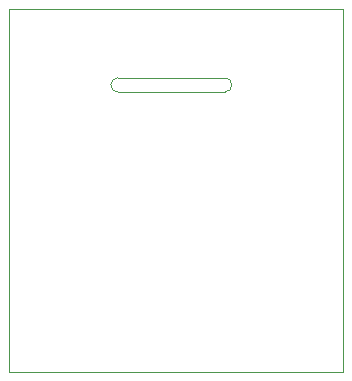
<source format=gbr>
%TF.GenerationSoftware,KiCad,Pcbnew,8.0.6*%
%TF.CreationDate,2024-12-02T01:00:14-05:00*%
%TF.ProjectId,Pixart pcb,50697861-7274-4207-9063-622e6b696361,rev?*%
%TF.SameCoordinates,Original*%
%TF.FileFunction,Profile,NP*%
%FSLAX46Y46*%
G04 Gerber Fmt 4.6, Leading zero omitted, Abs format (unit mm)*
G04 Created by KiCad (PCBNEW 8.0.6) date 2024-12-02 01:00:14*
%MOMM*%
%LPD*%
G01*
G04 APERTURE LIST*
%TA.AperFunction,Profile*%
%ADD10C,0.050000*%
%TD*%
G04 APERTURE END LIST*
D10*
X130450000Y-83100000D02*
X121399264Y-83099264D01*
X121399264Y-84300736D02*
G75*
G02*
X120799264Y-83700736I36J600036D01*
G01*
X120799264Y-83699264D02*
G75*
G02*
X121399264Y-83099264I600036J-36D01*
G01*
X121399264Y-84300736D02*
X130450000Y-84300000D01*
X131050000Y-83700000D02*
G75*
G02*
X130450000Y-84300000I-600000J0D01*
G01*
X130450000Y-83100000D02*
G75*
G02*
X131050000Y-83700000I0J-600000D01*
G01*
X112150000Y-77275000D02*
X140475000Y-77275000D01*
X140475000Y-107975000D01*
X112150000Y-107975000D01*
X112150000Y-77275000D01*
M02*

</source>
